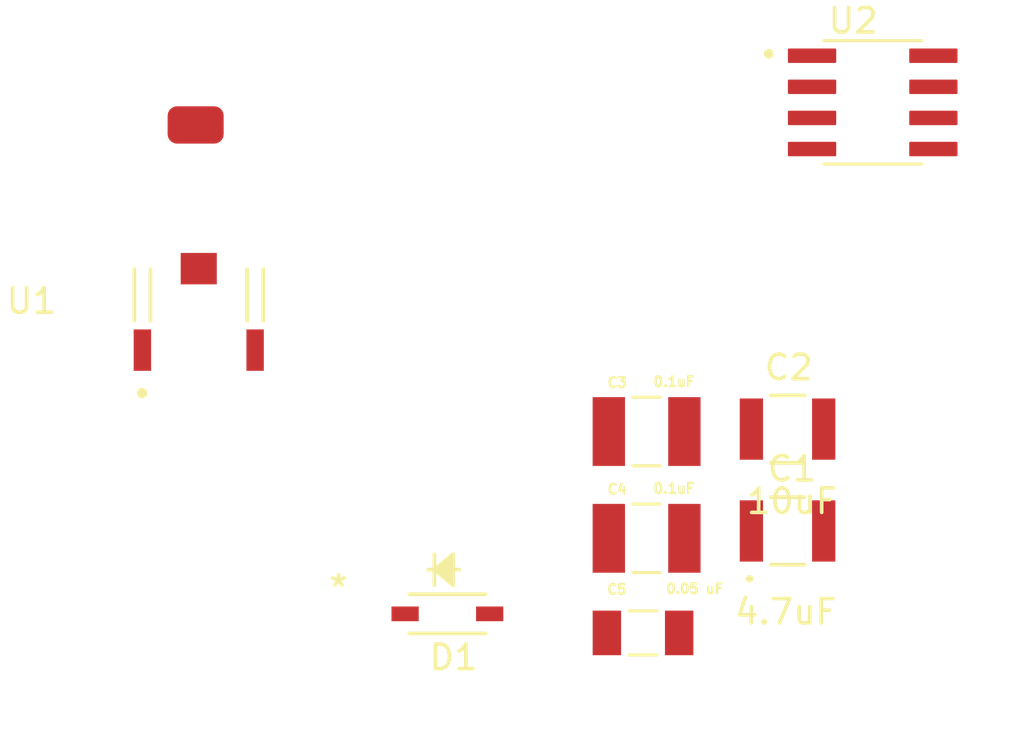
<source format=kicad_pcb>
(kicad_pcb (version 20240108) (generator "pcbnew") (generator_version "8.0")
  (layers (0 "F.Cu" signal) (31 "B.Cu" signal) (34 "B.Paste" user) (35 "F.Paste" user) (36 "B.SilkS" user "B.Silkscreen") (37 "F.SilkS" user "F.Silkscreen") (38 "B.Mask" user) (39 "F.Mask" user) (44 "Edge.Cuts" user))
  (net 0 "")
  (net 1 "GND")
  (net 2 "7.4V")
  (net 3 "5V_reg")
  (net 4 "Net-(U2-COM)")
  (net 5 "Net-(U2-CLK)")
  (net 6 "Analog")
  (net 8 "PWM")
  (footprint "RobotFtpLib:BZT52C3V3-7-F" (layer "F.Cu") (at 111.645598 114.3844)
    (property "Reference" "D1" (at 0.254 1.778 0) (layer "F.SilkS"))
    (property "Value" "BZT52C3V3-7-F")
    (fp_line (start -1.552 0.802) (end 1.552 0.802) (stroke (width 0.1524)) (layer "F.SilkS"))
    (fp_line (start -0.5334 -2.4384) (end -0.5334 -1.1684) (stroke (width 0.1524)) (layer "F.SilkS"))
    (fp_line (start -0.5334 -1.8034) (end 0.2286 -2.4384) (stroke (width 0.1524)) (layer "F.SilkS"))
    (fp_line (start -0.5334 -1.8034) (end 0.2286 -2.3114) (stroke (width 0.1524)) (layer "F.SilkS"))
    (fp_line (start -0.5334 -1.8034) (end 0.2286 -2.1844) (stroke (width 0.1524)) (layer "F.SilkS"))
    (fp_line (start -0.5334 -1.8034) (end 0.2286 -2.0574) (stroke (width 0.1524)) (layer "F.SilkS"))
    (fp_line (start -0.5334 -1.8034) (end 0.2286 -1.9304) (stroke (width 0.1524)) (layer "F.SilkS"))
    (fp_line (start -0.5334 -1.8034) (end 0.2286 -1.6764) (stroke (width 0.1524)) (layer "F.SilkS"))
    (fp_line (start -0.5334 -1.8034) (end 0.2286 -1.5494) (stroke (width 0.1524)) (layer "F.SilkS"))
    (fp_line (start -0.5334 -1.8034) (end 0.2286 -1.4224) (stroke (width 0.1524)) (layer "F.SilkS"))
    (fp_line (start -0.5334 -1.8034) (end 0.2286 -1.2954) (stroke (width 0.1524)) (layer "F.SilkS"))
    (fp_line (start -0.5334 -1.8034) (end 0.2286 -1.1684) (stroke (width 0.1524)) (layer "F.SilkS"))
    (fp_line (start 0.2286 -2.4384) (end 0.2286 -1.1684) (stroke (width 0.1524)) (layer "F.SilkS"))
    (fp_line (start 0.4826 -1.8034) (end -0.7874 -1.8034) (stroke (width 0.1524)) (layer "F.SilkS"))
    (fp_line (start 1.552 -0.802) (end -1.552 -0.802) (stroke (width 0.1524)) (layer "F.SilkS"))
    (fp_text user "*" (at -4.445 -1.0668 0) (layer "F.SilkS"))
    (pad "1" smd rect (at -1.725 0) (size 1.1112 0.6008) (layers "F.Cu" "F.Paste" "F.Mask") (net 6 "Analog"))
    (pad "2" smd rect (at 1.725 0) (size 1.1112 0.6008) (layers "F.Cu" "F.Paste" "F.Mask") (net 1 "GND"))
  )
  (footprint "RobotFtpLib:12102C104KAT2A" (layer "F.Cu") (at 119.773798 106.9398)
    (property "Reference" "C3" (at -1.2 -2 0) (layer "F.SilkS") (effects (font (size 0.393701 0.393701))))
    (property "Value" "12102C104KAT2A")
    (fp_line (start -0.56 -1.4) (end 0.56 -1.4) (stroke (width 0.127)) (layer "F.SilkS"))
    (fp_line (start -0.56 1.4) (end 0.56 1.4) (stroke (width 0.127)) (layer "F.SilkS"))
    (fp_text user "0.1uF" (at 1.1176 -2.032 0) (layer "F.SilkS") (effects (font (size 0.4 0.4) (thickness 0.1))))
    (pad "1" smd rect (at -1.542 0) (size 1.32 2.81) (layers "F.Cu" "F.Paste" "F.Mask") (net 4 "Net-(U2-COM)"))
    (pad "2" smd rect (at 1.542 0) (size 1.32 2.81) (layers "F.Cu" "F.Paste" "F.Mask") (net 1 "GND"))
  )
  (footprint "RobotFtpLib:12102C104KAT2A" (layer "F.Cu") (at 119.773798 111.2998)
    (property "Reference" "C4" (at -1.2 -2 0) (layer "F.SilkS") (effects (font (size 0.393701 0.393701))))
    (property "Value" "12102C104KAT2A")
    (fp_line (start -0.56 -1.4) (end 0.56 -1.4) (stroke (width 0.127)) (layer "F.SilkS"))
    (fp_line (start -0.56 1.4) (end 0.56 1.4) (stroke (width 0.127)) (layer "F.SilkS"))
    (fp_text user "0.1uF" (at 1.1176 -2.032 0) (layer "F.SilkS") (effects (font (size 0.4 0.4) (thickness 0.1))))
    (pad "1" smd rect (at -1.542 0) (size 1.32 2.81) (layers "F.Cu" "F.Paste" "F.Mask") (net 3 "5V_reg"))
    (pad "2" smd rect (at 1.542 0) (size 1.32 2.81) (layers "F.Cu" "F.Paste" "F.Mask") (net 1 "GND"))
  )
  (footprint "RobotFtpLib:CL32A106KAULNNE" (layer "F.Cu") (at 125.524999 106.84)
    (property "Reference" "C2" (at 0.0508 -2.5146 0) (layer "F.SilkS"))
    (property "Value" "CL32A106KAULNNE")
    (fp_line (start -0.692451 1.377) (end 0.692451 1.377) (stroke (width 0.1524)) (layer "F.SilkS"))
    (fp_line (start 0.692451 -1.377) (end -0.692451 -1.377) (stroke (width 0.1524)) (layer "F.SilkS"))
    (fp_text user "10uF" (at 0.1778 2.9464 0) (layer "F.SilkS"))
    (pad "1" smd rect (at -1.475001 0) (size 0.95 2.5) (layers "F.Cu" "F.Paste" "F.Mask") (net 3 "5V_reg"))
    (pad "2" smd rect (at 1.475001 0) (size 0.95 2.5) (layers "F.Cu" "F.Paste" "F.Mask") (net 1 "GND"))
  )
  (footprint "RobotFtpLib:MAX7480ESA" (layer "F.Cu") (at 129 93.5)
    (property "Reference" "U2" (at -0.795 -3.332 0) (layer "F.SilkS"))
    (property "Value" "MAX7480ESA+")
    (fp_line (start -2 -2.52) (end 2 -2.52) (stroke (width 0.127)) (layer "F.SilkS"))
    (fp_line (start -2 2.52) (end 2 2.52) (stroke (width 0.127)) (layer "F.SilkS"))
    (fp_circle (center -4.2418 -1.9812) (end -4.1418 -1.9812) (stroke (width 0.2)) (fill none) (layer "F.SilkS"))
    (pad "1" smd roundrect (at -2.475 -1.905) (size 1.97 0.59) (layers "F.Cu" "F.Paste" "F.Mask") (roundrect_rratio 0.07) (net 4 "Net-(U2-COM)"))
    (pad "2" smd roundrect (at -2.475 -0.635) (size 1.97 0.59) (layers "F.Cu" "F.Paste" "F.Mask") (roundrect_rratio 0.07) (net 8 "PWM"))
    (pad "3" smd roundrect (at -2.475 0.635) (size 1.97 0.59) (layers "F.Cu" "F.Paste" "F.Mask") (roundrect_rratio 0.07) (net 1 "GND"))
    (pad "4" smd roundrect (at -2.475 1.905) (size 1.97 0.59) (layers "F.Cu" "F.Paste" "F.Mask") (roundrect_rratio 0.07) (net 3 "5V_reg"))
    (pad "5" smd roundrect (at 2.475 1.905) (size 1.97 0.59) (layers "F.Cu" "F.Paste" "F.Mask") (roundrect_rratio 0.07) (net 6 "Analog"))
    (pad "6" smd roundrect (at 2.475 0.635) (size 1.97 0.59) (layers "F.Cu" "F.Paste" "F.Mask") (roundrect_rratio 0.07) (net 4 "Net-(U2-COM)"))
    (pad "7" smd roundrect (at 2.475 -0.635) (size 1.97 0.59) (layers "F.Cu" "F.Paste" "F.Mask") (roundrect_rratio 0.07) (net 3 "5V_reg"))
    (pad "8" smd roundrect (at 2.475 -1.905) (size 1.97 0.59) (layers "F.Cu" "F.Paste" "F.Mask") (roundrect_rratio 0.07) (net 5 "Net-(U2-CLK)"))
  )
  (footprint "RobotFtpLib:BD450M5FP-CE2" (layer "F.Cu") (at 101.5 96.86015)
    (property "Reference" "U1" (at -6.8326 4.7498 0) (layer "F.SilkS"))
    (property "Value" "BD450M5FP-CE2")
    (fp_line (start -2.6302 3.44424) (end -2.6302 5.555501) (stroke (width 0.1524)) (layer "F.SilkS"))
    (fp_line (start -1.9698 3.44424) (end -1.9698 5.555501) (stroke (width 0.1524)) (layer "F.SilkS"))
    (fp_line (start 1.9698 3.44424) (end 1.9698 5.555501) (stroke (width 0.1524)) (layer "F.SilkS"))
    (fp_line (start 2.6302 3.44424) (end 2.6302 5.555501) (stroke (width 0.1524)) (layer "F.SilkS"))
    (fp_circle (center -2.3114 8.509) (end -2.159 8.509) (stroke (width 0.12)) (fill solid) (layer "F.SilkS"))
    (pad "1" smd rect (at -2.300001 6.7564) (size 0.7104 1.690599) (layers "F.Cu" "F.Paste" "F.Mask") (net 2 "7.4V"))
    (pad "2" smd rect (at 0 3.429) (size 1.4732 1.2827) (layers "F.Cu" "F.Paste" "F.Mask"))
    (pad "3" smd rect (at 2.300001 6.7564) (size 0.7104 1.690599) (layers "F.Cu" "F.Paste" "F.Mask") (net 3 "5V_reg"))
    (pad "4" smd roundrect (at -0.127 -2.4384) (size 2.286 1.524) (layers "F.Cu" "F.Paste" "F.Mask") (net 1 "GND"))
  )
  (footprint "RobotFtpLib:CL32B475KBUYNNE" (layer "F.Cu") (at 125.524999 111)
    (property "Reference" "C1" (at 0.1778 -2.54 0) (layer "F.SilkS"))
    (property "Value" "CL32B475KBUYNNE")
    (fp_line (start -0.692451 1.377) (end 0.692451 1.377) (stroke (width 0.1524)) (layer "F.SilkS"))
    (fp_line (start 0.692451 -1.377) (end -0.692451 -1.377) (stroke (width 0.1524)) (layer "F.SilkS"))
    (fp_circle (center -1.5494 1.9558) (end -1.4732 1.9558) (stroke (width 0.1524)) (fill none) (layer "F.SilkS"))
    (fp_text user "4.7uF" (at -0.0762 3.302 0) (layer "F.SilkS"))
    (pad "1" smd rect (at -1.475001 0) (size 0.95 2.5) (layers "F.Cu" "F.Paste" "F.Mask") (net 2 "7.4V"))
    (pad "2" smd rect (at 1.475001 0) (size 0.95 2.5) (layers "F.Cu" "F.Paste" "F.Mask") (net 1 "GND"))
  )
  (footprint "RobotFtpLib:12065C503JAT2A" (layer "F.Cu") (at 119.627798 115.1628)
    (property "Reference" "C5" (at -1.0668 -1.778 0) (layer "F.SilkS") (effects (font (size 0.393701 0.393701))))
    (property "Value" "12065C503JAT2A")
    (fp_line (start -0.57 -0.9) (end 0.57 -0.9) (stroke (width 0.127)) (layer "F.SilkS"))
    (fp_line (start -0.57 0.9) (end 0.57 0.9) (stroke (width 0.127)) (layer "F.SilkS"))
    (fp_text user "0.05 uF" (at 2.1082 -1.8034 0) (layer "F.SilkS") (effects (font (size 0.393701 0.393701) (thickness 0.098425))))
    (pad "1" smd rect (at -1.475 0) (size 1.16 1.82) (layers "F.Cu" "F.Paste" "F.Mask") (net 5 "Net-(U2-CLK)"))
    (pad "2" smd rect (at 1.475 0) (size 1.16 1.82) (layers "F.Cu" "F.Paste" "F.Mask") (net 1 "GND"))
  )
)
</source>
